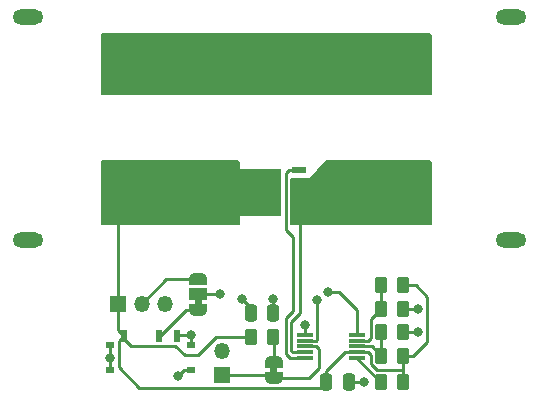
<source format=gbr>
%TF.GenerationSoftware,KiCad,Pcbnew,7.0.10-7.0.10~ubuntu20.04.1*%
%TF.CreationDate,2024-03-04T09:10:09+08:00*%
%TF.ProjectId,ESwitch,45537769-7463-4682-9e6b-696361645f70,rev?*%
%TF.SameCoordinates,Original*%
%TF.FileFunction,Copper,L1,Top*%
%TF.FilePolarity,Positive*%
%FSLAX46Y46*%
G04 Gerber Fmt 4.6, Leading zero omitted, Abs format (unit mm)*
G04 Created by KiCad (PCBNEW 7.0.10-7.0.10~ubuntu20.04.1) date 2024-03-04 09:10:09*
%MOMM*%
%LPD*%
G01*
G04 APERTURE LIST*
G04 Aperture macros list*
%AMRoundRect*
0 Rectangle with rounded corners*
0 $1 Rounding radius*
0 $2 $3 $4 $5 $6 $7 $8 $9 X,Y pos of 4 corners*
0 Add a 4 corners polygon primitive as box body*
4,1,4,$2,$3,$4,$5,$6,$7,$8,$9,$2,$3,0*
0 Add four circle primitives for the rounded corners*
1,1,$1+$1,$2,$3*
1,1,$1+$1,$4,$5*
1,1,$1+$1,$6,$7*
1,1,$1+$1,$8,$9*
0 Add four rect primitives between the rounded corners*
20,1,$1+$1,$2,$3,$4,$5,0*
20,1,$1+$1,$4,$5,$6,$7,0*
20,1,$1+$1,$6,$7,$8,$9,0*
20,1,$1+$1,$8,$9,$2,$3,0*%
%AMFreePoly0*
4,1,15,0.305000,-0.510000,0.055000,-0.510000,0.055000,-4.010000,0.053536,-4.013536,0.050000,-4.015000,-3.860000,-4.015000,-3.863536,-4.013536,-3.865000,-4.010000,-3.865000,-0.200000,-3.863536,-0.196464,-3.860000,-0.195000,-0.305000,-0.195000,-0.305000,0.510000,0.305000,0.510000,0.305000,-0.510000,0.305000,-0.510000,$1*%
%AMFreePoly1*
4,1,19,0.550000,-0.750000,0.000000,-0.750000,0.000000,-0.744911,-0.071157,-0.744911,-0.207708,-0.704816,-0.327430,-0.627875,-0.420627,-0.520320,-0.479746,-0.390866,-0.500000,-0.250000,-0.500000,0.250000,-0.479746,0.390866,-0.420627,0.520320,-0.327430,0.627875,-0.207708,0.704816,-0.071157,0.744911,0.000000,0.744911,0.000000,0.750000,0.550000,0.750000,0.550000,-0.750000,0.550000,-0.750000,
$1*%
%AMFreePoly2*
4,1,19,0.000000,0.744911,0.071157,0.744911,0.207708,0.704816,0.327430,0.627875,0.420627,0.520320,0.479746,0.390866,0.500000,0.250000,0.500000,-0.250000,0.479746,-0.390866,0.420627,-0.520320,0.327430,-0.627875,0.207708,-0.704816,0.071157,-0.744911,0.000000,-0.744911,0.000000,-0.750000,-0.550000,-0.750000,-0.550000,0.750000,0.000000,0.750000,0.000000,0.744911,0.000000,0.744911,
$1*%
%AMFreePoly3*
4,1,19,0.500000,-0.750000,0.000000,-0.750000,0.000000,-0.744911,-0.071157,-0.744911,-0.207708,-0.704816,-0.327430,-0.627875,-0.420627,-0.520320,-0.479746,-0.390866,-0.500000,-0.250000,-0.500000,0.250000,-0.479746,0.390866,-0.420627,0.520320,-0.327430,0.627875,-0.207708,0.704816,-0.071157,0.744911,0.000000,0.744911,0.000000,0.750000,0.500000,0.750000,0.500000,-0.750000,0.500000,-0.750000,
$1*%
%AMFreePoly4*
4,1,19,0.000000,0.744911,0.071157,0.744911,0.207708,0.704816,0.327430,0.627875,0.420627,0.520320,0.479746,0.390866,0.500000,0.250000,0.500000,-0.250000,0.479746,-0.390866,0.420627,-0.520320,0.327430,-0.627875,0.207708,-0.704816,0.071157,-0.744911,0.000000,-0.744911,0.000000,-0.750000,-0.500000,-0.750000,-0.500000,0.750000,0.000000,0.750000,0.000000,0.744911,0.000000,0.744911,
$1*%
G04 Aperture macros list end*
%TA.AperFunction,SMDPad,CuDef*%
%ADD10RoundRect,0.250000X-0.262500X-0.450000X0.262500X-0.450000X0.262500X0.450000X-0.262500X0.450000X0*%
%TD*%
%TA.AperFunction,ComponentPad*%
%ADD11R,1.350000X1.350000*%
%TD*%
%TA.AperFunction,ComponentPad*%
%ADD12O,1.350000X1.350000*%
%TD*%
%TA.AperFunction,SMDPad,CuDef*%
%ADD13R,1.400000X0.300000*%
%TD*%
%TA.AperFunction,SMDPad,CuDef*%
%ADD14R,1.270000X0.610000*%
%TD*%
%TA.AperFunction,SMDPad,CuDef*%
%ADD15FreePoly0,90.000000*%
%TD*%
%TA.AperFunction,SMDPad,CuDef*%
%ADD16R,1.020000X0.610000*%
%TD*%
%TA.AperFunction,SMDPad,CuDef*%
%ADD17RoundRect,0.250000X0.262500X0.450000X-0.262500X0.450000X-0.262500X-0.450000X0.262500X-0.450000X0*%
%TD*%
%TA.AperFunction,SMDPad,CuDef*%
%ADD18RoundRect,0.250000X-0.250000X-0.475000X0.250000X-0.475000X0.250000X0.475000X-0.250000X0.475000X0*%
%TD*%
%TA.AperFunction,SMDPad,CuDef*%
%ADD19RoundRect,0.250000X0.250000X0.475000X-0.250000X0.475000X-0.250000X-0.475000X0.250000X-0.475000X0*%
%TD*%
%TA.AperFunction,SMDPad,CuDef*%
%ADD20FreePoly1,90.000000*%
%TD*%
%TA.AperFunction,SMDPad,CuDef*%
%ADD21R,1.500000X1.000000*%
%TD*%
%TA.AperFunction,SMDPad,CuDef*%
%ADD22FreePoly2,90.000000*%
%TD*%
%TA.AperFunction,SMDPad,CuDef*%
%ADD23FreePoly3,90.000000*%
%TD*%
%TA.AperFunction,SMDPad,CuDef*%
%ADD24FreePoly4,90.000000*%
%TD*%
%TA.AperFunction,ComponentPad*%
%ADD25O,2.600000X1.300000*%
%TD*%
%TA.AperFunction,ComponentPad*%
%ADD26R,4.916000X4.916000*%
%TD*%
%TA.AperFunction,ComponentPad*%
%ADD27C,4.916000*%
%TD*%
%TA.AperFunction,SMDPad,CuDef*%
%ADD28R,0.800000X0.500000*%
%TD*%
%TA.AperFunction,SMDPad,CuDef*%
%ADD29R,0.500000X1.000000*%
%TD*%
%TA.AperFunction,ViaPad*%
%ADD30C,0.800000*%
%TD*%
%TA.AperFunction,ViaPad*%
%ADD31C,0.600000*%
%TD*%
%TA.AperFunction,Conductor*%
%ADD32C,0.250000*%
%TD*%
G04 APERTURE END LIST*
%TA.AperFunction,EtchedComponent*%
%TO.C,JP2*%
G36*
X187300000Y-88500000D02*
G01*
X186700000Y-88500000D01*
X186700000Y-88000000D01*
X187300000Y-88000000D01*
X187300000Y-88500000D01*
G37*
%TD.AperFunction*%
%TA.AperFunction,EtchedComponent*%
%TO.C,JP1*%
G36*
X193700000Y-94250000D02*
G01*
X193100000Y-94250000D01*
X193100000Y-93750000D01*
X193700000Y-93750000D01*
X193700000Y-94250000D01*
G37*
%TD.AperFunction*%
%TD*%
D10*
%TO.P,R7,1*%
%TO.N,+BATT*%
X191487500Y-91200000D03*
%TO.P,R7,2*%
%TO.N,Net-(JP1-B)*%
X193312500Y-91200000D03*
%TD*%
D11*
%TO.P,J3,1,Pin_1*%
%TO.N,Net-(J3-Pin_1)*%
X189000000Y-94400000D03*
D12*
%TO.P,J3,2,Pin_2*%
%TO.N,GND*%
X189000000Y-92400000D03*
%TD*%
D13*
%TO.P,U1,1,SENSE*%
%TO.N,Net-(U1-SENSE)*%
X200400000Y-93000000D03*
%TO.P,U1,2,VIN*%
%TO.N,+BATT*%
X200400000Y-92500000D03*
%TO.P,U1,3,OVP*%
%TO.N,Net-(U1-OVP)*%
X200400000Y-92000000D03*
%TO.P,U1,4,UVLO*%
%TO.N,Net-(U1-UVLO)*%
X200400000Y-91500000D03*
%TO.P,U1,5,EN*%
%TO.N,Net-(JP2-C)*%
X200400000Y-91000000D03*
%TO.P,U1,6,GND*%
%TO.N,GND*%
X196000000Y-91000000D03*
%TO.P,U1,7,TIMER*%
%TO.N,Net-(U1-TIMER)*%
X196000000Y-91500000D03*
%TO.P,U1,8,~{PGD}*%
%TO.N,Net-(J3-Pin_1)*%
X196000000Y-92000000D03*
%TO.P,U1,9,OUT*%
%TO.N,Net-(J2-POS)*%
X196000000Y-92500000D03*
%TO.P,U1,10,GATE*%
%TO.N,Net-(Q1-G)*%
X196000000Y-93000000D03*
%TD*%
D14*
%TO.P,Q1,1,S*%
%TO.N,Net-(J2-POS)*%
X195498000Y-80905000D03*
%TO.P,Q1,2,S*%
X195498000Y-79635000D03*
%TO.P,Q1,3,S*%
X195498000Y-78365000D03*
%TO.P,Q1,4,G*%
%TO.N,Net-(Q1-G)*%
X195498000Y-77095000D03*
D15*
%TO.P,Q1,5,D*%
%TO.N,+BATT*%
X190033000Y-77095000D03*
D16*
%TO.P,Q1,6,D*%
X190033000Y-78365000D03*
%TO.P,Q1,7,D*%
X190033000Y-79635000D03*
%TO.P,Q1,8,D*%
X190033000Y-80905000D03*
%TD*%
D17*
%TO.P,R6,2*%
%TO.N,Net-(U1-SENSE)*%
X202487500Y-95000000D03*
%TO.P,R6,1*%
%TO.N,+BATT*%
X204312500Y-95000000D03*
%TD*%
D18*
%TO.P,C1,1*%
%TO.N,+BATT*%
X197850000Y-95000000D03*
%TO.P,C1,2*%
%TO.N,GND*%
X199750000Y-95000000D03*
%TD*%
D19*
%TO.P,C2,1*%
%TO.N,Net-(U1-TIMER)*%
X193350000Y-89200000D03*
%TO.P,C2,2*%
%TO.N,GND*%
X191450000Y-89200000D03*
%TD*%
D20*
%TO.P,JP2,1,A*%
%TO.N,Net-(JP2-A)*%
X187000000Y-88900000D03*
D21*
%TO.P,JP2,2,C*%
%TO.N,Net-(JP2-C)*%
X187000000Y-87600000D03*
D22*
%TO.P,JP2,3,B*%
%TO.N,Net-(J4-Pin_2)*%
X187000000Y-86300000D03*
%TD*%
D23*
%TO.P,JP1,1,A*%
%TO.N,Net-(J3-Pin_1)*%
X193400000Y-94650000D03*
D24*
%TO.P,JP1,2,B*%
%TO.N,Net-(JP1-B)*%
X193400000Y-93350000D03*
%TD*%
D17*
%TO.P,R1,2*%
%TO.N,Net-(U1-OVP)*%
X202487500Y-92800000D03*
%TO.P,R1,1*%
%TO.N,+BATT*%
X204312500Y-92800000D03*
%TD*%
%TO.P,R3,1*%
%TO.N,+BATT*%
X204312500Y-86800000D03*
%TO.P,R3,2*%
%TO.N,Net-(U1-UVLO)*%
X202487500Y-86800000D03*
%TD*%
D10*
%TO.P,R2,2*%
%TO.N,GND*%
X204312500Y-90800000D03*
%TO.P,R2,1*%
%TO.N,Net-(U1-OVP)*%
X202487500Y-90800000D03*
%TD*%
D25*
%TO.P,J1,S2*%
%TO.N,N/C*%
X172600000Y-64100000D03*
%TO.P,J1,S1*%
X172600000Y-83000000D03*
D26*
%TO.P,J1,P,POS*%
%TO.N,+BATT*%
X181500000Y-79000000D03*
D27*
%TO.P,J1,N,NEG*%
%TO.N,GND*%
X181500000Y-68100000D03*
%TD*%
D28*
%TO.P,SW1,4*%
%TO.N,GND*%
X186400000Y-94000000D03*
X186400000Y-91900000D03*
X179500000Y-94000000D03*
X179500000Y-91900000D03*
D29*
%TO.P,SW1,3,C*%
X185200000Y-91100000D03*
%TO.P,SW1,2,B*%
%TO.N,Net-(JP2-A)*%
X183700000Y-91100000D03*
%TO.P,SW1,1,A*%
%TO.N,+BATT*%
X180700000Y-91100000D03*
%TD*%
D11*
%TO.P,J4,1,Pin_1*%
%TO.N,+BATT*%
X180200000Y-88400000D03*
D12*
%TO.P,J4,2,Pin_2*%
%TO.N,Net-(J4-Pin_2)*%
X182200000Y-88400000D03*
%TO.P,J4,3,Pin_3*%
%TO.N,GND*%
X184200000Y-88400000D03*
%TD*%
D25*
%TO.P,J2,S2*%
%TO.N,N/C*%
X213500000Y-64100000D03*
%TO.P,J2,S1*%
X213500000Y-83000000D03*
D26*
%TO.P,J2,P,POS*%
%TO.N,Net-(J2-POS)*%
X204100000Y-79000000D03*
D27*
%TO.P,J2,N,NEG*%
%TO.N,GND*%
X204100000Y-68100000D03*
%TD*%
D10*
%TO.P,R4,2*%
%TO.N,GND*%
X204312500Y-88800000D03*
%TO.P,R4,1*%
%TO.N,Net-(U1-UVLO)*%
X202487500Y-88800000D03*
%TD*%
D30*
%TO.N,GND*%
X185250000Y-94500000D03*
X186400000Y-91000000D03*
X179500000Y-93000000D03*
D31*
%TO.N,+BATT*%
X191800000Y-78600000D03*
X193400000Y-80200000D03*
X191000000Y-80200000D03*
X191800000Y-77800000D03*
X191800000Y-80200000D03*
X191000000Y-79400000D03*
X192600000Y-79400000D03*
X192600000Y-77800000D03*
X192600000Y-78600000D03*
X191000000Y-78600000D03*
X193400000Y-79400000D03*
X193400000Y-78600000D03*
X193400000Y-77800000D03*
X192600000Y-80200000D03*
X191800000Y-79400000D03*
X191000000Y-77800000D03*
D30*
%TO.N,GND*%
X190724500Y-88000000D03*
X205600000Y-88800000D03*
X205600000Y-90800000D03*
X201000000Y-95000000D03*
X196000000Y-90200000D03*
%TO.N,Net-(U1-TIMER)*%
X193350000Y-88000000D03*
X197025000Y-88025000D03*
%TO.N,Net-(JP2-C)*%
X198000000Y-87400000D03*
X188800000Y-87600000D03*
%TD*%
D32*
%TO.N,GND*%
X185750000Y-94000000D02*
X185250000Y-94500000D01*
X186400000Y-94000000D02*
X185750000Y-94000000D01*
%TO.N,+BATT*%
X180700000Y-91100000D02*
X180250000Y-91550000D01*
X180250000Y-91550000D02*
X180250000Y-93750000D01*
X180250000Y-93750000D02*
X182000000Y-95500000D01*
X182000000Y-95500000D02*
X197350000Y-95500000D01*
X197350000Y-95500000D02*
X197850000Y-95000000D01*
X180700000Y-91100000D02*
X180700000Y-91350000D01*
X188512500Y-91200000D02*
X191487500Y-91200000D01*
X180700000Y-91350000D02*
X181275000Y-91925000D01*
X181275000Y-91925000D02*
X185037500Y-91925000D01*
X185037500Y-91925000D02*
X185862500Y-92750000D01*
X185862500Y-92750000D02*
X186962500Y-92750000D01*
X186962500Y-92750000D02*
X188512500Y-91200000D01*
%TO.N,GND*%
X186400000Y-91000000D02*
X185300000Y-91000000D01*
X185300000Y-91000000D02*
X185200000Y-91100000D01*
X186400000Y-91000000D02*
X186400000Y-91900000D01*
X179500000Y-93000000D02*
X179500000Y-91900000D01*
%TO.N,Net-(Q1-G)*%
X195498000Y-77095000D02*
X194655000Y-77095000D01*
X194655000Y-77095000D02*
X194400000Y-77350000D01*
X194400000Y-89600000D02*
X194400000Y-92600000D01*
X194400000Y-77350000D02*
X194400000Y-82100000D01*
X194400000Y-82100000D02*
X195000000Y-82700000D01*
X195000000Y-82700000D02*
X195000000Y-89000000D01*
X195000000Y-89000000D02*
X194400000Y-89600000D01*
X194400000Y-92600000D02*
X194800000Y-93000000D01*
X194800000Y-93000000D02*
X196000000Y-93000000D01*
%TO.N,Net-(JP2-C)*%
X198000000Y-87400000D02*
X198887500Y-87400000D01*
X198887500Y-87400000D02*
X200400000Y-88912500D01*
%TO.N,+BATT*%
X206400000Y-87800000D02*
X206400000Y-91600000D01*
X204312500Y-92800000D02*
X204312500Y-94000000D01*
X206400000Y-91600000D02*
X205200000Y-92800000D01*
X200400000Y-92500000D02*
X201400000Y-92500000D01*
X201650000Y-93495100D02*
X202129900Y-93975000D01*
X197850000Y-94050000D02*
X199400000Y-92500000D01*
X205200000Y-92800000D02*
X204312500Y-92800000D01*
X180700000Y-91100000D02*
X180200000Y-90600000D01*
X181500000Y-79000000D02*
X180200000Y-80300000D01*
X180200000Y-90600000D02*
X180200000Y-88400000D01*
X205400000Y-86800000D02*
X206400000Y-87800000D01*
X180200000Y-80300000D02*
X180200000Y-88400000D01*
X197850000Y-95000000D02*
X197850000Y-94050000D01*
X201650000Y-92750000D02*
X201650000Y-93495100D01*
X199400000Y-92500000D02*
X200400000Y-92500000D01*
X202129900Y-93975000D02*
X204287500Y-93975000D01*
X204287500Y-93975000D02*
X204312500Y-94000000D01*
X204312500Y-94000000D02*
X204312500Y-95000000D01*
X201400000Y-92500000D02*
X201650000Y-92750000D01*
X204312500Y-86800000D02*
X205400000Y-86800000D01*
%TO.N,GND*%
X196000000Y-91000000D02*
X196000000Y-90200000D01*
X179500000Y-94000000D02*
X179500000Y-93000000D01*
X190724500Y-88000000D02*
X191450000Y-88725500D01*
X191450000Y-88725500D02*
X191450000Y-89200000D01*
X204312500Y-88800000D02*
X205600000Y-88800000D01*
X204312500Y-90800000D02*
X205600000Y-90800000D01*
X199750000Y-95000000D02*
X201000000Y-95000000D01*
%TO.N,Net-(U1-TIMER)*%
X197000000Y-91500000D02*
X196000000Y-91500000D01*
X193350000Y-88000000D02*
X193350000Y-89200000D01*
X197025000Y-88025000D02*
X197025000Y-91475000D01*
X197025000Y-91475000D02*
X197000000Y-91500000D01*
%TO.N,Net-(J2-POS)*%
X194850000Y-92350000D02*
X195000000Y-92500000D01*
X195600000Y-81007000D02*
X195600000Y-89200000D01*
X195600000Y-89200000D02*
X194850000Y-89950000D01*
X195498000Y-80905000D02*
X195600000Y-81007000D01*
X194850000Y-89950000D02*
X194850000Y-92350000D01*
X195000000Y-92500000D02*
X196000000Y-92500000D01*
%TO.N,Net-(J3-Pin_1)*%
X197200000Y-92200000D02*
X197200000Y-93800000D01*
X197000000Y-92000000D02*
X197200000Y-92200000D01*
X196350000Y-94650000D02*
X193400000Y-94650000D01*
X196000000Y-92000000D02*
X197000000Y-92000000D01*
X193150000Y-94400000D02*
X193400000Y-94650000D01*
X197200000Y-93800000D02*
X196350000Y-94650000D01*
X189000000Y-94400000D02*
X193150000Y-94400000D01*
%TO.N,Net-(JP1-B)*%
X193400000Y-91287500D02*
X193400000Y-93350000D01*
X193312500Y-91200000D02*
X193400000Y-91287500D01*
%TO.N,Net-(U1-OVP)*%
X201687500Y-92000000D02*
X202487500Y-92800000D01*
X200400000Y-92000000D02*
X201687500Y-92000000D01*
X202487500Y-90800000D02*
X202487500Y-92800000D01*
%TO.N,Net-(U1-UVLO)*%
X202487500Y-86800000D02*
X202487500Y-88800000D01*
X201650000Y-89637500D02*
X202487500Y-88800000D01*
X200400000Y-91500000D02*
X201400000Y-91500000D01*
X201400000Y-91500000D02*
X201650000Y-91250000D01*
X201650000Y-91250000D02*
X201650000Y-89637500D01*
%TO.N,Net-(J4-Pin_2)*%
X184300000Y-86300000D02*
X182200000Y-88400000D01*
X187000000Y-86300000D02*
X184300000Y-86300000D01*
%TO.N,Net-(JP2-C)*%
X200400000Y-91000000D02*
X200400000Y-88912500D01*
%TO.N,Net-(U1-SENSE)*%
X200400000Y-93000000D02*
X202400000Y-95000000D01*
X202400000Y-95000000D02*
X202487500Y-95000000D01*
%TO.N,Net-(JP2-A)*%
X186000000Y-88900000D02*
X183800000Y-91100000D01*
X187000000Y-88900000D02*
X186000000Y-88900000D01*
X183800000Y-91100000D02*
X183700000Y-91100000D01*
%TO.N,Net-(JP2-C)*%
X187000000Y-87600000D02*
X188800000Y-87600000D01*
%TD*%
%TA.AperFunction,Conductor*%
%TO.N,Net-(J2-POS)*%
G36*
X206693039Y-76269685D02*
G01*
X206738794Y-76322489D01*
X206750000Y-76374000D01*
X206750000Y-81626000D01*
X206730315Y-81693039D01*
X206677511Y-81738794D01*
X206626000Y-81750000D01*
X194874000Y-81750000D01*
X194806961Y-81730315D01*
X194761206Y-81677511D01*
X194750000Y-81626000D01*
X194750000Y-77874000D01*
X194769685Y-77806961D01*
X194822489Y-77761206D01*
X194874000Y-77750000D01*
X196499999Y-77750000D01*
X196500000Y-77750000D01*
X197712819Y-76294616D01*
X197770858Y-76255718D01*
X197808078Y-76250000D01*
X206626000Y-76250000D01*
X206693039Y-76269685D01*
G37*
%TD.AperFunction*%
%TD*%
%TA.AperFunction,Conductor*%
%TO.N,+BATT*%
G36*
X190443039Y-76269685D02*
G01*
X190488794Y-76322489D01*
X190500000Y-76374000D01*
X190500000Y-81626000D01*
X190480315Y-81693039D01*
X190427511Y-81738794D01*
X190376000Y-81750000D01*
X178874000Y-81750000D01*
X178806961Y-81730315D01*
X178761206Y-81677511D01*
X178750000Y-81626000D01*
X178750000Y-76374000D01*
X178769685Y-76306961D01*
X178822489Y-76261206D01*
X178874000Y-76250000D01*
X190376000Y-76250000D01*
X190443039Y-76269685D01*
G37*
%TD.AperFunction*%
%TD*%
%TA.AperFunction,Conductor*%
%TO.N,GND*%
G36*
X206693039Y-65519685D02*
G01*
X206738794Y-65572489D01*
X206750000Y-65624000D01*
X206750000Y-70626000D01*
X206730315Y-70693039D01*
X206677511Y-70738794D01*
X206626000Y-70750000D01*
X178874000Y-70750000D01*
X178806961Y-70730315D01*
X178761206Y-70677511D01*
X178750000Y-70626000D01*
X178750000Y-65624000D01*
X178769685Y-65556961D01*
X178822489Y-65511206D01*
X178874000Y-65500000D01*
X206626000Y-65500000D01*
X206693039Y-65519685D01*
G37*
%TD.AperFunction*%
%TD*%
M02*

</source>
